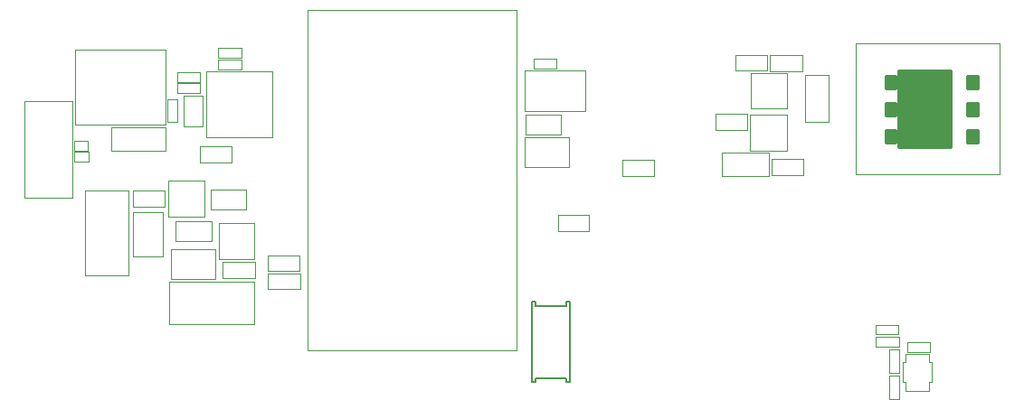
<source format=gbr>
%TF.GenerationSoftware,KiCad,Pcbnew,8.0.3*%
%TF.CreationDate,2025-01-08T01:15:00+05:30*%
%TF.ProjectId,gps,6770732e-6b69-4636-9164-5f7063625858,rev?*%
%TF.SameCoordinates,Original*%
%TF.FileFunction,Other,User*%
%FSLAX46Y46*%
G04 Gerber Fmt 4.6, Leading zero omitted, Abs format (unit mm)*
G04 Created by KiCad (PCBNEW 8.0.3) date 2025-01-08 01:15:00*
%MOMM*%
%LPD*%
G01*
G04 APERTURE LIST*
%ADD10C,0.050000*%
%ADD11C,0.100000*%
%ADD12C,0.254000*%
%ADD13C,0.152400*%
G04 APERTURE END LIST*
%TO.C,U3*%
D10*
X124669300Y-68333200D02*
X123369300Y-68333200D01*
X123369300Y-69233200D01*
X124669300Y-69233200D01*
X124669300Y-68333200D01*
%TO.C,R9*%
X137260200Y-79666400D02*
X140260200Y-79666400D01*
X137260200Y-81166400D02*
X137260200Y-79666400D01*
X140260200Y-79666400D02*
X140260200Y-81166400D01*
X140260200Y-81166400D02*
X137260200Y-81166400D01*
%TO.C,R34*%
X165617000Y-65887400D02*
X165617000Y-67767400D01*
X165617000Y-65887400D02*
X168947000Y-65887400D01*
X165617000Y-67767400D02*
X168947000Y-67767400D01*
X168947000Y-65887400D02*
X168947000Y-67767400D01*
%TO.C,R4*%
X136130000Y-72923200D02*
X136130000Y-74803200D01*
X136130000Y-72923200D02*
X139460000Y-72923200D01*
X136130000Y-74803200D02*
X139460000Y-74803200D01*
X139460000Y-72923200D02*
X139460000Y-74803200D01*
%TO.C,R19*%
X183941600Y-69395400D02*
X183941600Y-71625400D01*
X183941600Y-69395400D02*
X188371600Y-69395400D01*
X183941600Y-71625400D02*
X188371600Y-71625400D01*
X188371600Y-69395400D02*
X188371600Y-71625400D01*
%TO.C,R5*%
X141502000Y-80758600D02*
X144502000Y-80758600D01*
X141502000Y-82258600D02*
X141502000Y-80758600D01*
X144502000Y-80758600D02*
X144502000Y-82258600D01*
X144502000Y-82258600D02*
X141502000Y-82258600D01*
%TO.C,C5*%
X132981200Y-61897000D02*
X135141200Y-61897000D01*
X132981200Y-62817000D02*
X132981200Y-61897000D01*
X135141200Y-61897000D02*
X135141200Y-62817000D01*
X135141200Y-62817000D02*
X132981200Y-62817000D01*
%TO.C,R31*%
X188228200Y-61760800D02*
X185228200Y-61760800D01*
X188228200Y-60260800D02*
X188228200Y-61760800D01*
X185228200Y-61760800D02*
X185228200Y-60260800D01*
X185228200Y-60260800D02*
X188228200Y-60260800D01*
%TO.C,D6*%
X126827200Y-67073600D02*
X131897200Y-67073600D01*
X126827200Y-69273600D02*
X126827200Y-67073600D01*
X131897200Y-67073600D02*
X131897200Y-69273600D01*
X131897200Y-69273600D02*
X126827200Y-69273600D01*
%TO.C,J1*%
X118725800Y-64643800D02*
X118725800Y-73693800D01*
X123225800Y-64643800D02*
X118725800Y-64643800D01*
X123225800Y-64643800D02*
X123225800Y-73693800D01*
X123225800Y-73693800D02*
X118725800Y-73693800D01*
%TO.C,R28*%
X198354100Y-86702800D02*
X200554100Y-86702800D01*
X198354100Y-87642800D02*
X198354100Y-86702800D01*
X200554100Y-86702800D02*
X200554100Y-87642800D01*
X200554100Y-87642800D02*
X198354100Y-87642800D01*
%TO.C,J4*%
X196475400Y-59212400D02*
X196475400Y-71462400D01*
D11*
X203225400Y-64837400D02*
X203225400Y-65837400D01*
X203725400Y-65337400D02*
X202725400Y-65337400D01*
D10*
X209975400Y-59212400D02*
X196475400Y-59212400D01*
X209975400Y-59212400D02*
X209975400Y-71462400D01*
X209975400Y-71462400D02*
X196475400Y-71462400D01*
D12*
X200275400Y-63397400D02*
X199275400Y-63397400D01*
X199275400Y-62197400D01*
X200275400Y-62197400D01*
X200275400Y-63397400D01*
G36*
X200275400Y-63397400D02*
G01*
X199275400Y-63397400D01*
X199275400Y-62197400D01*
X200275400Y-62197400D01*
X200275400Y-63397400D01*
G37*
X200275400Y-65937400D02*
X199275400Y-65937400D01*
X199275400Y-64737400D01*
X200275400Y-64737400D01*
X200275400Y-65937400D01*
G36*
X200275400Y-65937400D02*
G01*
X199275400Y-65937400D01*
X199275400Y-64737400D01*
X200275400Y-64737400D01*
X200275400Y-65937400D01*
G37*
X200275400Y-68477400D02*
X199275400Y-68477400D01*
X199275400Y-67277400D01*
X200275400Y-67277400D01*
X200275400Y-68477400D01*
G36*
X200275400Y-68477400D02*
G01*
X199275400Y-68477400D01*
X199275400Y-67277400D01*
X200275400Y-67277400D01*
X200275400Y-68477400D01*
G37*
X205375400Y-68912400D02*
X200525400Y-68912400D01*
X200525400Y-61762400D01*
X205375400Y-61762400D01*
X205375400Y-68912400D01*
G36*
X205375400Y-68912400D02*
G01*
X200525400Y-68912400D01*
X200525400Y-61762400D01*
X205375400Y-61762400D01*
X205375400Y-68912400D01*
G37*
X207925400Y-63397400D02*
X206925400Y-63397400D01*
X206925400Y-62197400D01*
X207925400Y-62197400D01*
X207925400Y-63397400D01*
G36*
X207925400Y-63397400D02*
G01*
X206925400Y-63397400D01*
X206925400Y-62197400D01*
X207925400Y-62197400D01*
X207925400Y-63397400D01*
G37*
X207925400Y-65937400D02*
X206925400Y-65937400D01*
X206925400Y-64737400D01*
X207925400Y-64737400D01*
X207925400Y-65937400D01*
G36*
X207925400Y-65937400D02*
G01*
X206925400Y-65937400D01*
X206925400Y-64737400D01*
X207925400Y-64737400D01*
X207925400Y-65937400D01*
G37*
X207925400Y-68477400D02*
X206925400Y-68477400D01*
X206925400Y-67277400D01*
X207925400Y-67277400D01*
X207925400Y-68477400D01*
G36*
X207925400Y-68477400D02*
G01*
X206925400Y-68477400D01*
X206925400Y-67277400D01*
X207925400Y-67277400D01*
X207925400Y-68477400D01*
G37*
D10*
%TO.C,R33*%
X183348600Y-65798000D02*
X186348600Y-65798000D01*
X183348600Y-67298000D02*
X183348600Y-65798000D01*
X186348600Y-65798000D02*
X186348600Y-67298000D01*
X186348600Y-67298000D02*
X183348600Y-67298000D01*
%TO.C,R27*%
X199631200Y-87901600D02*
X200571200Y-87901600D01*
X199631200Y-90101600D02*
X199631200Y-87901600D01*
X200571200Y-87901600D02*
X200571200Y-90101600D01*
X200571200Y-90101600D02*
X199631200Y-90101600D01*
%TO.C,R29*%
X191772600Y-62148600D02*
X194002600Y-62148600D01*
X191772600Y-66578600D02*
X191772600Y-62148600D01*
X191772600Y-66578600D02*
X194002600Y-66578600D01*
X194002600Y-66578600D02*
X194002600Y-62148600D01*
%TO.C,R10*%
X131852800Y-74486200D02*
X128852800Y-74486200D01*
X131852800Y-72986200D02*
X131852800Y-74486200D01*
X128852800Y-74486200D02*
X128852800Y-72986200D01*
X128852800Y-72986200D02*
X131852800Y-72986200D01*
%TO.C,C21*%
X133577600Y-64067000D02*
X135357600Y-64067000D01*
X133577600Y-66997000D02*
X133577600Y-64067000D01*
X135357600Y-64067000D02*
X135357600Y-66997000D01*
X135357600Y-66997000D02*
X133577600Y-66997000D01*
%TO.C,R17*%
X199605800Y-90340000D02*
X200545800Y-90340000D01*
X199605800Y-92540000D02*
X199605800Y-90340000D01*
X200545800Y-90340000D02*
X200545800Y-92540000D01*
X200545800Y-92540000D02*
X199605800Y-92540000D01*
%TO.C,S1*%
X132271400Y-81515200D02*
X140171400Y-81515200D01*
X132271400Y-85515200D02*
X132271400Y-81515200D01*
X140171400Y-81515200D02*
X140171400Y-85515200D01*
X140171400Y-85515200D02*
X132271400Y-85515200D01*
%TO.C,U11*%
X200910200Y-89113000D02*
X201160200Y-89113000D01*
X200910200Y-90973000D02*
X200910200Y-89113000D01*
X201160200Y-88323000D02*
X203360200Y-88323000D01*
X201160200Y-89113000D02*
X201160200Y-88323000D01*
X201160200Y-90973000D02*
X200910200Y-90973000D01*
X201160200Y-91763000D02*
X201160200Y-90973000D01*
X203360200Y-88323000D02*
X203360200Y-89113000D01*
X203360200Y-89113000D02*
X203610200Y-89113000D01*
X203360200Y-90973000D02*
X203360200Y-91763000D01*
X203360200Y-91763000D02*
X201160200Y-91763000D01*
X203610200Y-89113000D02*
X203610200Y-90973000D01*
X203610200Y-90973000D02*
X203360200Y-90973000D01*
%TO.C,C12*%
X128825800Y-75026600D02*
X131625800Y-75026600D01*
X128825800Y-79176600D02*
X128825800Y-75026600D01*
X131625800Y-75026600D02*
X131625800Y-79176600D01*
X131625800Y-79176600D02*
X128825800Y-79176600D01*
%TO.C,IC1*%
X135735000Y-61783800D02*
X141935000Y-61783800D01*
X135735000Y-67983800D02*
X135735000Y-61783800D01*
X141935000Y-61783800D02*
X141935000Y-67983800D01*
X141935000Y-67983800D02*
X135735000Y-67983800D01*
%TO.C,C10*%
X165527000Y-67967400D02*
X169677000Y-67967400D01*
X165527000Y-70767400D02*
X165527000Y-67967400D01*
X169677000Y-67967400D02*
X169677000Y-70767400D01*
X169677000Y-70767400D02*
X165527000Y-70767400D01*
%TO.C,C11*%
X132430800Y-78457600D02*
X136580800Y-78457600D01*
X132430800Y-81257600D02*
X132430800Y-78457600D01*
X136580800Y-78457600D02*
X136580800Y-81257600D01*
X136580800Y-81257600D02*
X132430800Y-81257600D01*
%TO.C,U4*%
X124679200Y-69349200D02*
X123379200Y-69349200D01*
X123379200Y-70249200D01*
X124679200Y-70249200D01*
X124679200Y-69349200D01*
%TO.C,A1*%
X145169200Y-56038600D02*
X164769200Y-56038600D01*
X145169200Y-87938600D02*
X145169200Y-56038600D01*
X164769200Y-56038600D02*
X164769200Y-87938600D01*
X164769200Y-87938600D02*
X145169200Y-87938600D01*
%TO.C,R35*%
X174639400Y-71652400D02*
X174639400Y-70130400D01*
X177655400Y-70130400D02*
X174639400Y-70130400D01*
X177655400Y-71652400D02*
X174639400Y-71652400D01*
X177655400Y-71652400D02*
X177655400Y-70130400D01*
%TO.C,C14*%
X198335400Y-85569800D02*
X200495400Y-85569800D01*
X198335400Y-86489800D02*
X198335400Y-85569800D01*
X200495400Y-85569800D02*
X200495400Y-86489800D01*
X200495400Y-86489800D02*
X198335400Y-86489800D01*
%TO.C,C13*%
X201307200Y-87220800D02*
X203467200Y-87220800D01*
X201307200Y-88140800D02*
X201307200Y-87220800D01*
X203467200Y-87220800D02*
X203467200Y-88140800D01*
X203467200Y-88140800D02*
X201307200Y-88140800D01*
%TO.C,C9*%
X166360900Y-60627000D02*
X168520900Y-60627000D01*
X166360900Y-61547000D02*
X166360900Y-60627000D01*
X168520900Y-60627000D02*
X168520900Y-61547000D01*
X168520900Y-61547000D02*
X166360900Y-61547000D01*
%TO.C,R6*%
X141451200Y-79056800D02*
X144451200Y-79056800D01*
X141451200Y-80556800D02*
X141451200Y-79056800D01*
X144451200Y-79056800D02*
X144451200Y-80556800D01*
X144451200Y-80556800D02*
X141451200Y-80556800D01*
%TO.C,C4*%
X132997900Y-62938400D02*
X135157900Y-62938400D01*
X132997900Y-63858400D02*
X132997900Y-62938400D01*
X135157900Y-62938400D02*
X135157900Y-63858400D01*
X135157900Y-63858400D02*
X132997900Y-63858400D01*
D13*
%TO.C,AE1*%
X166237400Y-83430800D02*
X166580300Y-83430800D01*
X166237400Y-90949200D02*
X166237400Y-83430800D01*
X166580300Y-83430800D02*
X166580300Y-83786400D01*
X166580300Y-83786400D02*
X169399700Y-83786400D01*
X166580300Y-90593600D02*
X166580300Y-90949200D01*
X166580300Y-90949200D02*
X166237400Y-90949200D01*
X169399700Y-83430800D02*
X169399700Y-83786400D01*
X169399700Y-90593600D02*
X166580300Y-90593600D01*
X169399700Y-90593600D02*
X169399700Y-90949200D01*
X169399700Y-90949200D02*
X169742600Y-90949200D01*
X169742600Y-83430800D02*
X169399700Y-83430800D01*
X169742600Y-90949200D02*
X169742600Y-83430800D01*
D10*
%TO.C,S2*%
X124415800Y-73012000D02*
X128415800Y-73012000D01*
X124415800Y-80912000D02*
X124415800Y-73012000D01*
X128415800Y-73012000D02*
X128415800Y-80912000D01*
X128415800Y-80912000D02*
X124415800Y-80912000D01*
%TO.C,Q5*%
X186641000Y-65904000D02*
X186641000Y-69224000D01*
X186641000Y-69224000D02*
X190041000Y-69224000D01*
X190041000Y-65904000D02*
X186641000Y-65904000D01*
X190041000Y-69224000D02*
X190041000Y-65904000D01*
%TO.C,Q1*%
X136897000Y-76049400D02*
X136897000Y-79449400D01*
X136897000Y-79449400D02*
X140217000Y-79449400D01*
X140217000Y-76049400D02*
X136897000Y-76049400D01*
X140217000Y-79449400D02*
X140217000Y-76049400D01*
%TO.C,Q4*%
X132204000Y-72076800D02*
X132204000Y-75476800D01*
X132204000Y-75476800D02*
X135524000Y-75476800D01*
X135524000Y-72076800D02*
X132204000Y-72076800D01*
X135524000Y-75476800D02*
X135524000Y-72076800D01*
%TO.C,R30*%
X188606400Y-70039800D02*
X191606400Y-70039800D01*
X188606400Y-71539800D02*
X188606400Y-70039800D01*
X191606400Y-70039800D02*
X191606400Y-71539800D01*
X191606400Y-71539800D02*
X188606400Y-71539800D01*
%TO.C,R32*%
X188479200Y-60286200D02*
X191479200Y-60286200D01*
X188479200Y-61786200D02*
X188479200Y-60286200D01*
X191479200Y-60286200D02*
X191479200Y-61786200D01*
X191479200Y-61786200D02*
X188479200Y-61786200D01*
%TO.C,C1*%
X132102600Y-64401200D02*
X133022600Y-64401200D01*
X132102600Y-66561200D02*
X132102600Y-64401200D01*
X133022600Y-64401200D02*
X133022600Y-66561200D01*
X133022600Y-66561200D02*
X132102600Y-66561200D01*
%TO.C,Q2*%
X186651200Y-61986400D02*
X186651200Y-65306400D01*
X186651200Y-65306400D02*
X190051200Y-65306400D01*
X190051200Y-61986400D02*
X186651200Y-61986400D01*
X190051200Y-65306400D02*
X190051200Y-61986400D01*
%TO.C,R7*%
X132878800Y-77724200D02*
X132878800Y-75844200D01*
X136208800Y-75844200D02*
X132878800Y-75844200D01*
X136208800Y-77724200D02*
X132878800Y-77724200D01*
X136208800Y-77724200D02*
X136208800Y-75844200D01*
D11*
%TO.C,C8*%
X165508200Y-61750400D02*
X171216200Y-61750400D01*
X165508200Y-65554400D02*
X165508200Y-61750400D01*
X171216200Y-61750400D02*
X171216200Y-65554400D01*
X171216200Y-65554400D02*
X165508200Y-65554400D01*
D10*
%TO.C,R3*%
X135126600Y-68871400D02*
X138126600Y-68871400D01*
X135126600Y-70371400D02*
X135126600Y-68871400D01*
X138126600Y-68871400D02*
X138126600Y-70371400D01*
X138126600Y-70371400D02*
X135126600Y-70371400D01*
%TO.C,R16*%
X168615800Y-75272200D02*
X171515800Y-75272200D01*
X168615800Y-76772200D02*
X168615800Y-75272200D01*
X171515800Y-75272200D02*
X171515800Y-76772200D01*
X171515800Y-76772200D02*
X168615800Y-76772200D01*
%TO.C,C7*%
X136850700Y-59611000D02*
X139010700Y-59611000D01*
X136850700Y-60531000D02*
X136850700Y-59611000D01*
X139010700Y-59611000D02*
X139010700Y-60531000D01*
X139010700Y-60531000D02*
X136850700Y-60531000D01*
%TO.C,C6*%
X136833300Y-60754000D02*
X138993300Y-60754000D01*
X136833300Y-61674000D02*
X136833300Y-60754000D01*
X138993300Y-60754000D02*
X138993300Y-61674000D01*
X138993300Y-61674000D02*
X136833300Y-61674000D01*
%TO.C,U2*%
X123430500Y-59794300D02*
X123430500Y-66799300D01*
X123430500Y-66799300D02*
X131930500Y-66799300D01*
X131930500Y-59794300D02*
X123430500Y-59794300D01*
X131930500Y-66799300D02*
X131930500Y-59794300D01*
%TD*%
M02*

</source>
